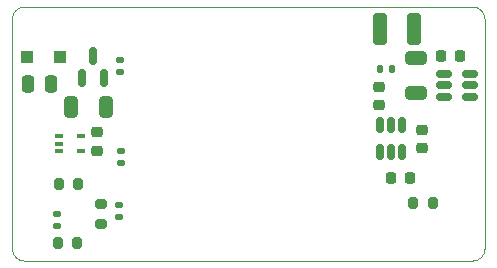
<source format=gbr>
%TF.GenerationSoftware,KiCad,Pcbnew,9.0.2*%
%TF.CreationDate,2025-10-05T19:26:47-07:00*%
%TF.ProjectId,3pdt-pwr-breakout-neg-V2,33706474-2d70-4777-922d-627265616b6f,rev?*%
%TF.SameCoordinates,PX2d4cae0PY8d9ee20*%
%TF.FileFunction,Paste,Bot*%
%TF.FilePolarity,Positive*%
%FSLAX46Y46*%
G04 Gerber Fmt 4.6, Leading zero omitted, Abs format (unit mm)*
G04 Created by KiCad (PCBNEW 9.0.2) date 2025-10-05 19:26:47*
%MOMM*%
%LPD*%
G01*
G04 APERTURE LIST*
G04 Aperture macros list*
%AMRoundRect*
0 Rectangle with rounded corners*
0 $1 Rounding radius*
0 $2 $3 $4 $5 $6 $7 $8 $9 X,Y pos of 4 corners*
0 Add a 4 corners polygon primitive as box body*
4,1,4,$2,$3,$4,$5,$6,$7,$8,$9,$2,$3,0*
0 Add four circle primitives for the rounded corners*
1,1,$1+$1,$2,$3*
1,1,$1+$1,$4,$5*
1,1,$1+$1,$6,$7*
1,1,$1+$1,$8,$9*
0 Add four rect primitives between the rounded corners*
20,1,$1+$1,$2,$3,$4,$5,0*
20,1,$1+$1,$4,$5,$6,$7,0*
20,1,$1+$1,$6,$7,$8,$9,0*
20,1,$1+$1,$8,$9,$2,$3,0*%
G04 Aperture macros list end*
%ADD10RoundRect,0.225000X0.225000X0.250000X-0.225000X0.250000X-0.225000X-0.250000X0.225000X-0.250000X0*%
%ADD11RoundRect,0.100000X-0.225000X-0.100000X0.225000X-0.100000X0.225000X0.100000X-0.225000X0.100000X0*%
%ADD12RoundRect,0.135000X0.135000X0.185000X-0.135000X0.185000X-0.135000X-0.185000X0.135000X-0.185000X0*%
%ADD13RoundRect,0.225000X-0.250000X0.225000X-0.250000X-0.225000X0.250000X-0.225000X0.250000X0.225000X0*%
%ADD14RoundRect,0.200000X-0.200000X-0.275000X0.200000X-0.275000X0.200000X0.275000X-0.200000X0.275000X0*%
%ADD15RoundRect,0.150000X-0.512500X-0.150000X0.512500X-0.150000X0.512500X0.150000X-0.512500X0.150000X0*%
%ADD16RoundRect,0.250000X-0.325000X-0.650000X0.325000X-0.650000X0.325000X0.650000X-0.325000X0.650000X0*%
%ADD17RoundRect,0.225000X0.250000X-0.225000X0.250000X0.225000X-0.250000X0.225000X-0.250000X-0.225000X0*%
%ADD18RoundRect,0.250000X0.300000X0.300000X-0.300000X0.300000X-0.300000X-0.300000X0.300000X-0.300000X0*%
%ADD19RoundRect,0.250000X-0.325000X-1.100000X0.325000X-1.100000X0.325000X1.100000X-0.325000X1.100000X0*%
%ADD20RoundRect,0.150000X0.150000X-0.587500X0.150000X0.587500X-0.150000X0.587500X-0.150000X-0.587500X0*%
%ADD21RoundRect,0.250000X0.650000X-0.325000X0.650000X0.325000X-0.650000X0.325000X-0.650000X-0.325000X0*%
%ADD22RoundRect,0.135000X0.185000X-0.135000X0.185000X0.135000X-0.185000X0.135000X-0.185000X-0.135000X0*%
%ADD23RoundRect,0.135000X-0.185000X0.135000X-0.185000X-0.135000X0.185000X-0.135000X0.185000X0.135000X0*%
%ADD24RoundRect,0.200000X0.275000X-0.200000X0.275000X0.200000X-0.275000X0.200000X-0.275000X-0.200000X0*%
%ADD25RoundRect,0.250000X0.250000X0.475000X-0.250000X0.475000X-0.250000X-0.475000X0.250000X-0.475000X0*%
%ADD26RoundRect,0.140000X-0.170000X0.140000X-0.170000X-0.140000X0.170000X-0.140000X0.170000X0.140000X0*%
%ADD27RoundRect,0.150000X-0.150000X0.512500X-0.150000X-0.512500X0.150000X-0.512500X0.150000X0.512500X0*%
%TA.AperFunction,Profile*%
%ADD28C,0.100000*%
%TD*%
G04 APERTURE END LIST*
D10*
%TO.C,C4*%
X32071165Y7071065D03*
X33621165Y7071065D03*
%TD*%
D11*
%TO.C,U1*%
X5800000Y9300000D03*
X5800000Y10600000D03*
X3900000Y10600000D03*
X3900000Y9950000D03*
X3900000Y9300000D03*
%TD*%
D12*
%TO.C,R9*%
X32150000Y16296750D03*
X31130000Y16296750D03*
%TD*%
D13*
%TO.C,C10*%
X7200000Y10900000D03*
X7200000Y9350000D03*
%TD*%
%TO.C,C6*%
X31000000Y14775000D03*
X31000000Y13225000D03*
%TD*%
D14*
%TO.C,R2*%
X33925000Y4950000D03*
X35575000Y4950000D03*
%TD*%
D15*
%TO.C,U3*%
X36500000Y13918250D03*
X36500000Y14868250D03*
X36500000Y15818250D03*
X38775000Y15818250D03*
X38775000Y14868250D03*
X38775000Y13918250D03*
%TD*%
D14*
%TO.C,R7*%
X3925000Y6500000D03*
X5575000Y6500000D03*
%TD*%
D10*
%TO.C,C7*%
X37862500Y17396750D03*
X36312500Y17396750D03*
%TD*%
D16*
%TO.C,C2*%
X5000000Y13000000D03*
X7950000Y13000000D03*
%TD*%
D17*
%TO.C,C5*%
X34679499Y9585000D03*
X34679499Y11135000D03*
%TD*%
D18*
%TO.C,D1*%
X4050000Y17250000D03*
X1250000Y17250000D03*
%TD*%
D19*
%TO.C,C9*%
X31085000Y19656750D03*
X34035000Y19656750D03*
%TD*%
D20*
%TO.C,Q1*%
X7750000Y15500000D03*
X5850000Y15500000D03*
X6800000Y17375000D03*
%TD*%
D21*
%TO.C,C8*%
X34206750Y14215000D03*
X34206750Y17165000D03*
%TD*%
D14*
%TO.C,R8*%
X3850000Y1500000D03*
X5500000Y1500000D03*
%TD*%
D22*
%TO.C,R4*%
X3750000Y3000000D03*
X3750000Y4020000D03*
%TD*%
D23*
%TO.C,R5*%
X9000000Y4770000D03*
X9000000Y3750000D03*
%TD*%
D24*
%TO.C,R6*%
X7480000Y3175000D03*
X7480000Y4825000D03*
%TD*%
D25*
%TO.C,C1*%
X3250000Y15000000D03*
X1350000Y15000000D03*
%TD*%
D26*
%TO.C,C3*%
X9200000Y9300000D03*
X9200000Y8340000D03*
%TD*%
D27*
%TO.C,U2*%
X31105999Y11487500D03*
X32055999Y11487500D03*
X33005999Y11487500D03*
X33005999Y9212500D03*
X32055999Y9212500D03*
X31105999Y9212500D03*
%TD*%
D22*
%TO.C,R3*%
X9100000Y16000000D03*
X9100000Y17020000D03*
%TD*%
D28*
X1000000Y21500000D02*
X39000000Y21500000D01*
X39000000Y0D02*
X1000000Y0D01*
X1000000Y0D02*
G75*
G02*
X0Y1000000I0J1000000D01*
G01*
X40000000Y20500000D02*
X40000000Y1000000D01*
X39000000Y21500000D02*
G75*
G02*
X40000000Y20500000I0J-1000000D01*
G01*
X0Y1000000D02*
X0Y20500000D01*
X0Y20500000D02*
G75*
G02*
X1000000Y21500000I1000000J0D01*
G01*
X40000000Y1000000D02*
G75*
G02*
X39000000Y0I-1000000J0D01*
G01*
M02*

</source>
